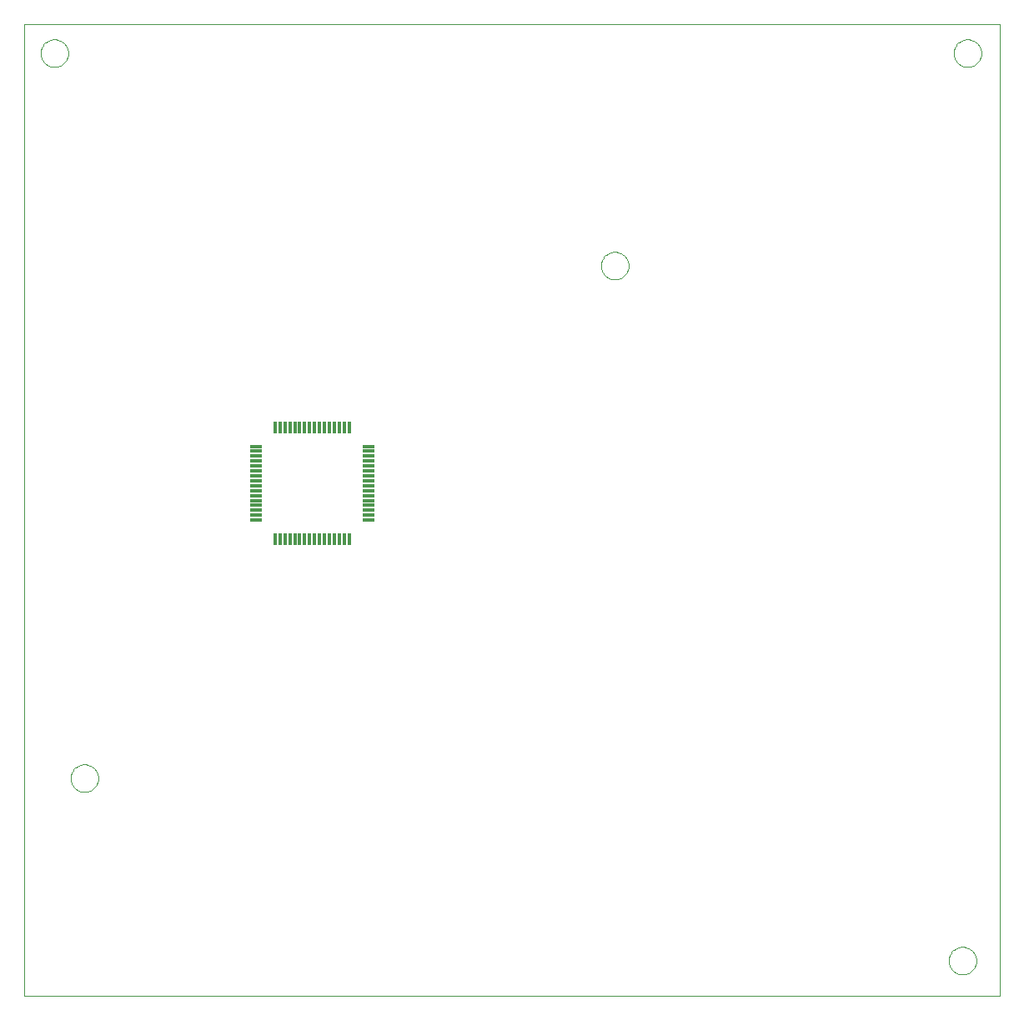
<source format=gtp>
G75*
G70*
%OFA0B0*%
%FSLAX24Y24*%
%IPPOS*%
%LPD*%
%AMOC8*
5,1,8,0,0,1.08239X$1,22.5*
%
%ADD10C,0.0000*%
%ADD11R,0.0472X0.0118*%
%ADD12R,0.0118X0.0472*%
D10*
X000180Y000180D02*
X000180Y039050D01*
X039172Y039050D01*
X039172Y000180D01*
X000180Y000180D01*
X002029Y008880D02*
X002031Y008927D01*
X002037Y008973D01*
X002047Y009019D01*
X002060Y009064D01*
X002078Y009107D01*
X002099Y009149D01*
X002123Y009189D01*
X002151Y009226D01*
X002182Y009261D01*
X002216Y009294D01*
X002252Y009323D01*
X002291Y009349D01*
X002332Y009372D01*
X002375Y009391D01*
X002419Y009407D01*
X002464Y009419D01*
X002510Y009427D01*
X002557Y009431D01*
X002603Y009431D01*
X002650Y009427D01*
X002696Y009419D01*
X002741Y009407D01*
X002785Y009391D01*
X002828Y009372D01*
X002869Y009349D01*
X002908Y009323D01*
X002944Y009294D01*
X002978Y009261D01*
X003009Y009226D01*
X003037Y009189D01*
X003061Y009149D01*
X003082Y009107D01*
X003100Y009064D01*
X003113Y009019D01*
X003123Y008973D01*
X003129Y008927D01*
X003131Y008880D01*
X003129Y008833D01*
X003123Y008787D01*
X003113Y008741D01*
X003100Y008696D01*
X003082Y008653D01*
X003061Y008611D01*
X003037Y008571D01*
X003009Y008534D01*
X002978Y008499D01*
X002944Y008466D01*
X002908Y008437D01*
X002869Y008411D01*
X002828Y008388D01*
X002785Y008369D01*
X002741Y008353D01*
X002696Y008341D01*
X002650Y008333D01*
X002603Y008329D01*
X002557Y008329D01*
X002510Y008333D01*
X002464Y008341D01*
X002419Y008353D01*
X002375Y008369D01*
X002332Y008388D01*
X002291Y008411D01*
X002252Y008437D01*
X002216Y008466D01*
X002182Y008499D01*
X002151Y008534D01*
X002123Y008571D01*
X002099Y008611D01*
X002078Y008653D01*
X002060Y008696D01*
X002047Y008741D01*
X002037Y008787D01*
X002031Y008833D01*
X002029Y008880D01*
X023229Y029380D02*
X023231Y029427D01*
X023237Y029473D01*
X023247Y029519D01*
X023260Y029564D01*
X023278Y029607D01*
X023299Y029649D01*
X023323Y029689D01*
X023351Y029726D01*
X023382Y029761D01*
X023416Y029794D01*
X023452Y029823D01*
X023491Y029849D01*
X023532Y029872D01*
X023575Y029891D01*
X023619Y029907D01*
X023664Y029919D01*
X023710Y029927D01*
X023757Y029931D01*
X023803Y029931D01*
X023850Y029927D01*
X023896Y029919D01*
X023941Y029907D01*
X023985Y029891D01*
X024028Y029872D01*
X024069Y029849D01*
X024108Y029823D01*
X024144Y029794D01*
X024178Y029761D01*
X024209Y029726D01*
X024237Y029689D01*
X024261Y029649D01*
X024282Y029607D01*
X024300Y029564D01*
X024313Y029519D01*
X024323Y029473D01*
X024329Y029427D01*
X024331Y029380D01*
X024329Y029333D01*
X024323Y029287D01*
X024313Y029241D01*
X024300Y029196D01*
X024282Y029153D01*
X024261Y029111D01*
X024237Y029071D01*
X024209Y029034D01*
X024178Y028999D01*
X024144Y028966D01*
X024108Y028937D01*
X024069Y028911D01*
X024028Y028888D01*
X023985Y028869D01*
X023941Y028853D01*
X023896Y028841D01*
X023850Y028833D01*
X023803Y028829D01*
X023757Y028829D01*
X023710Y028833D01*
X023664Y028841D01*
X023619Y028853D01*
X023575Y028869D01*
X023532Y028888D01*
X023491Y028911D01*
X023452Y028937D01*
X023416Y028966D01*
X023382Y028999D01*
X023351Y029034D01*
X023323Y029071D01*
X023299Y029111D01*
X023278Y029153D01*
X023260Y029196D01*
X023247Y029241D01*
X023237Y029287D01*
X023231Y029333D01*
X023229Y029380D01*
X037329Y037880D02*
X037331Y037927D01*
X037337Y037973D01*
X037347Y038019D01*
X037360Y038064D01*
X037378Y038107D01*
X037399Y038149D01*
X037423Y038189D01*
X037451Y038226D01*
X037482Y038261D01*
X037516Y038294D01*
X037552Y038323D01*
X037591Y038349D01*
X037632Y038372D01*
X037675Y038391D01*
X037719Y038407D01*
X037764Y038419D01*
X037810Y038427D01*
X037857Y038431D01*
X037903Y038431D01*
X037950Y038427D01*
X037996Y038419D01*
X038041Y038407D01*
X038085Y038391D01*
X038128Y038372D01*
X038169Y038349D01*
X038208Y038323D01*
X038244Y038294D01*
X038278Y038261D01*
X038309Y038226D01*
X038337Y038189D01*
X038361Y038149D01*
X038382Y038107D01*
X038400Y038064D01*
X038413Y038019D01*
X038423Y037973D01*
X038429Y037927D01*
X038431Y037880D01*
X038429Y037833D01*
X038423Y037787D01*
X038413Y037741D01*
X038400Y037696D01*
X038382Y037653D01*
X038361Y037611D01*
X038337Y037571D01*
X038309Y037534D01*
X038278Y037499D01*
X038244Y037466D01*
X038208Y037437D01*
X038169Y037411D01*
X038128Y037388D01*
X038085Y037369D01*
X038041Y037353D01*
X037996Y037341D01*
X037950Y037333D01*
X037903Y037329D01*
X037857Y037329D01*
X037810Y037333D01*
X037764Y037341D01*
X037719Y037353D01*
X037675Y037369D01*
X037632Y037388D01*
X037591Y037411D01*
X037552Y037437D01*
X037516Y037466D01*
X037482Y037499D01*
X037451Y037534D01*
X037423Y037571D01*
X037399Y037611D01*
X037378Y037653D01*
X037360Y037696D01*
X037347Y037741D01*
X037337Y037787D01*
X037331Y037833D01*
X037329Y037880D01*
X000829Y037880D02*
X000831Y037927D01*
X000837Y037973D01*
X000847Y038019D01*
X000860Y038064D01*
X000878Y038107D01*
X000899Y038149D01*
X000923Y038189D01*
X000951Y038226D01*
X000982Y038261D01*
X001016Y038294D01*
X001052Y038323D01*
X001091Y038349D01*
X001132Y038372D01*
X001175Y038391D01*
X001219Y038407D01*
X001264Y038419D01*
X001310Y038427D01*
X001357Y038431D01*
X001403Y038431D01*
X001450Y038427D01*
X001496Y038419D01*
X001541Y038407D01*
X001585Y038391D01*
X001628Y038372D01*
X001669Y038349D01*
X001708Y038323D01*
X001744Y038294D01*
X001778Y038261D01*
X001809Y038226D01*
X001837Y038189D01*
X001861Y038149D01*
X001882Y038107D01*
X001900Y038064D01*
X001913Y038019D01*
X001923Y037973D01*
X001929Y037927D01*
X001931Y037880D01*
X001929Y037833D01*
X001923Y037787D01*
X001913Y037741D01*
X001900Y037696D01*
X001882Y037653D01*
X001861Y037611D01*
X001837Y037571D01*
X001809Y037534D01*
X001778Y037499D01*
X001744Y037466D01*
X001708Y037437D01*
X001669Y037411D01*
X001628Y037388D01*
X001585Y037369D01*
X001541Y037353D01*
X001496Y037341D01*
X001450Y037333D01*
X001403Y037329D01*
X001357Y037329D01*
X001310Y037333D01*
X001264Y037341D01*
X001219Y037353D01*
X001175Y037369D01*
X001132Y037388D01*
X001091Y037411D01*
X001052Y037437D01*
X001016Y037466D01*
X000982Y037499D01*
X000951Y037534D01*
X000923Y037571D01*
X000899Y037611D01*
X000878Y037653D01*
X000860Y037696D01*
X000847Y037741D01*
X000837Y037787D01*
X000831Y037833D01*
X000829Y037880D01*
X037129Y001580D02*
X037131Y001627D01*
X037137Y001673D01*
X037147Y001719D01*
X037160Y001764D01*
X037178Y001807D01*
X037199Y001849D01*
X037223Y001889D01*
X037251Y001926D01*
X037282Y001961D01*
X037316Y001994D01*
X037352Y002023D01*
X037391Y002049D01*
X037432Y002072D01*
X037475Y002091D01*
X037519Y002107D01*
X037564Y002119D01*
X037610Y002127D01*
X037657Y002131D01*
X037703Y002131D01*
X037750Y002127D01*
X037796Y002119D01*
X037841Y002107D01*
X037885Y002091D01*
X037928Y002072D01*
X037969Y002049D01*
X038008Y002023D01*
X038044Y001994D01*
X038078Y001961D01*
X038109Y001926D01*
X038137Y001889D01*
X038161Y001849D01*
X038182Y001807D01*
X038200Y001764D01*
X038213Y001719D01*
X038223Y001673D01*
X038229Y001627D01*
X038231Y001580D01*
X038229Y001533D01*
X038223Y001487D01*
X038213Y001441D01*
X038200Y001396D01*
X038182Y001353D01*
X038161Y001311D01*
X038137Y001271D01*
X038109Y001234D01*
X038078Y001199D01*
X038044Y001166D01*
X038008Y001137D01*
X037969Y001111D01*
X037928Y001088D01*
X037885Y001069D01*
X037841Y001053D01*
X037796Y001041D01*
X037750Y001033D01*
X037703Y001029D01*
X037657Y001029D01*
X037610Y001033D01*
X037564Y001041D01*
X037519Y001053D01*
X037475Y001069D01*
X037432Y001088D01*
X037391Y001111D01*
X037352Y001137D01*
X037316Y001166D01*
X037282Y001199D01*
X037251Y001234D01*
X037223Y001271D01*
X037199Y001311D01*
X037178Y001353D01*
X037160Y001396D01*
X037147Y001441D01*
X037137Y001487D01*
X037131Y001533D01*
X037129Y001580D01*
D11*
X013924Y019204D03*
X013924Y019400D03*
X013924Y019597D03*
X013924Y019794D03*
X013924Y019991D03*
X013924Y020188D03*
X013924Y020385D03*
X013924Y020582D03*
X013924Y020778D03*
X013924Y020975D03*
X013924Y021172D03*
X013924Y021369D03*
X013924Y021566D03*
X013924Y021763D03*
X013924Y021960D03*
X013924Y022156D03*
X009436Y022156D03*
X009436Y021960D03*
X009436Y021763D03*
X009436Y021566D03*
X009436Y021369D03*
X009436Y021172D03*
X009436Y020975D03*
X009436Y020778D03*
X009436Y020582D03*
X009436Y020385D03*
X009436Y020188D03*
X009436Y019991D03*
X009436Y019794D03*
X009436Y019597D03*
X009436Y019400D03*
X009436Y019204D03*
D12*
X010204Y018436D03*
X010400Y018436D03*
X010597Y018436D03*
X010794Y018436D03*
X010991Y018436D03*
X011188Y018436D03*
X011385Y018436D03*
X011582Y018436D03*
X011778Y018436D03*
X011975Y018436D03*
X012172Y018436D03*
X012369Y018436D03*
X012566Y018436D03*
X012763Y018436D03*
X012960Y018436D03*
X013156Y018436D03*
X013156Y022924D03*
X012960Y022924D03*
X012763Y022924D03*
X012566Y022924D03*
X012369Y022924D03*
X012172Y022924D03*
X011975Y022924D03*
X011778Y022924D03*
X011582Y022924D03*
X011385Y022924D03*
X011188Y022924D03*
X010991Y022924D03*
X010794Y022924D03*
X010597Y022924D03*
X010400Y022924D03*
X010204Y022924D03*
M02*

</source>
